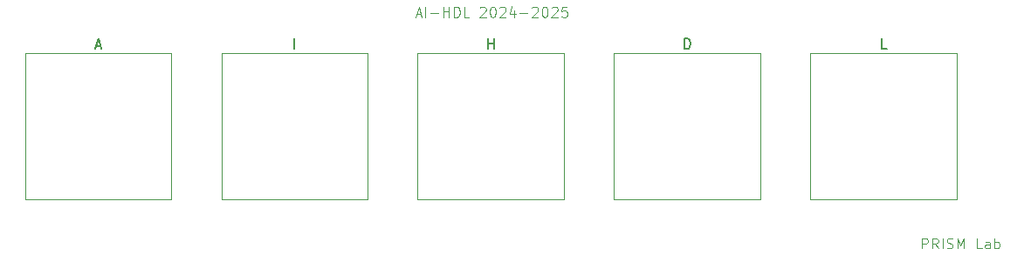
<source format=gbr>
%TF.GenerationSoftware,KiCad,Pcbnew,8.0.5*%
%TF.CreationDate,2024-10-28T21:30:14-07:00*%
%TF.ProjectId,PRISM Macro Pad,50524953-4d20-44d6-9163-726f20506164,rev?*%
%TF.SameCoordinates,Original*%
%TF.FileFunction,Legend,Top*%
%TF.FilePolarity,Positive*%
%FSLAX46Y46*%
G04 Gerber Fmt 4.6, Leading zero omitted, Abs format (unit mm)*
G04 Created by KiCad (PCBNEW 8.0.5) date 2024-10-28 21:30:14*
%MOMM*%
%LPD*%
G01*
G04 APERTURE LIST*
%ADD10C,0.100000*%
%ADD11C,0.150000*%
%ADD12C,0.120000*%
G04 APERTURE END LIST*
D10*
X196803884Y-94372419D02*
X196803884Y-93372419D01*
X196803884Y-93372419D02*
X197184836Y-93372419D01*
X197184836Y-93372419D02*
X197280074Y-93420038D01*
X197280074Y-93420038D02*
X197327693Y-93467657D01*
X197327693Y-93467657D02*
X197375312Y-93562895D01*
X197375312Y-93562895D02*
X197375312Y-93705752D01*
X197375312Y-93705752D02*
X197327693Y-93800990D01*
X197327693Y-93800990D02*
X197280074Y-93848609D01*
X197280074Y-93848609D02*
X197184836Y-93896228D01*
X197184836Y-93896228D02*
X196803884Y-93896228D01*
X198375312Y-94372419D02*
X198041979Y-93896228D01*
X197803884Y-94372419D02*
X197803884Y-93372419D01*
X197803884Y-93372419D02*
X198184836Y-93372419D01*
X198184836Y-93372419D02*
X198280074Y-93420038D01*
X198280074Y-93420038D02*
X198327693Y-93467657D01*
X198327693Y-93467657D02*
X198375312Y-93562895D01*
X198375312Y-93562895D02*
X198375312Y-93705752D01*
X198375312Y-93705752D02*
X198327693Y-93800990D01*
X198327693Y-93800990D02*
X198280074Y-93848609D01*
X198280074Y-93848609D02*
X198184836Y-93896228D01*
X198184836Y-93896228D02*
X197803884Y-93896228D01*
X198803884Y-94372419D02*
X198803884Y-93372419D01*
X199232455Y-94324800D02*
X199375312Y-94372419D01*
X199375312Y-94372419D02*
X199613407Y-94372419D01*
X199613407Y-94372419D02*
X199708645Y-94324800D01*
X199708645Y-94324800D02*
X199756264Y-94277180D01*
X199756264Y-94277180D02*
X199803883Y-94181942D01*
X199803883Y-94181942D02*
X199803883Y-94086704D01*
X199803883Y-94086704D02*
X199756264Y-93991466D01*
X199756264Y-93991466D02*
X199708645Y-93943847D01*
X199708645Y-93943847D02*
X199613407Y-93896228D01*
X199613407Y-93896228D02*
X199422931Y-93848609D01*
X199422931Y-93848609D02*
X199327693Y-93800990D01*
X199327693Y-93800990D02*
X199280074Y-93753371D01*
X199280074Y-93753371D02*
X199232455Y-93658133D01*
X199232455Y-93658133D02*
X199232455Y-93562895D01*
X199232455Y-93562895D02*
X199280074Y-93467657D01*
X199280074Y-93467657D02*
X199327693Y-93420038D01*
X199327693Y-93420038D02*
X199422931Y-93372419D01*
X199422931Y-93372419D02*
X199661026Y-93372419D01*
X199661026Y-93372419D02*
X199803883Y-93420038D01*
X200232455Y-94372419D02*
X200232455Y-93372419D01*
X200232455Y-93372419D02*
X200565788Y-94086704D01*
X200565788Y-94086704D02*
X200899121Y-93372419D01*
X200899121Y-93372419D02*
X200899121Y-94372419D01*
X202613407Y-94372419D02*
X202137217Y-94372419D01*
X202137217Y-94372419D02*
X202137217Y-93372419D01*
X203375312Y-94372419D02*
X203375312Y-93848609D01*
X203375312Y-93848609D02*
X203327693Y-93753371D01*
X203327693Y-93753371D02*
X203232455Y-93705752D01*
X203232455Y-93705752D02*
X203041979Y-93705752D01*
X203041979Y-93705752D02*
X202946741Y-93753371D01*
X203375312Y-94324800D02*
X203280074Y-94372419D01*
X203280074Y-94372419D02*
X203041979Y-94372419D01*
X203041979Y-94372419D02*
X202946741Y-94324800D01*
X202946741Y-94324800D02*
X202899122Y-94229561D01*
X202899122Y-94229561D02*
X202899122Y-94134323D01*
X202899122Y-94134323D02*
X202946741Y-94039085D01*
X202946741Y-94039085D02*
X203041979Y-93991466D01*
X203041979Y-93991466D02*
X203280074Y-93991466D01*
X203280074Y-93991466D02*
X203375312Y-93943847D01*
X203851503Y-94372419D02*
X203851503Y-93372419D01*
X203851503Y-93753371D02*
X203946741Y-93705752D01*
X203946741Y-93705752D02*
X204137217Y-93705752D01*
X204137217Y-93705752D02*
X204232455Y-93753371D01*
X204232455Y-93753371D02*
X204280074Y-93800990D01*
X204280074Y-93800990D02*
X204327693Y-93896228D01*
X204327693Y-93896228D02*
X204327693Y-94181942D01*
X204327693Y-94181942D02*
X204280074Y-94277180D01*
X204280074Y-94277180D02*
X204232455Y-94324800D01*
X204232455Y-94324800D02*
X204137217Y-94372419D01*
X204137217Y-94372419D02*
X203946741Y-94372419D01*
X203946741Y-94372419D02*
X203851503Y-94324800D01*
X147756265Y-71586704D02*
X148232455Y-71586704D01*
X147661027Y-71872419D02*
X147994360Y-70872419D01*
X147994360Y-70872419D02*
X148327693Y-71872419D01*
X148661027Y-71872419D02*
X148661027Y-70872419D01*
X149137217Y-71491466D02*
X149899122Y-71491466D01*
X150375312Y-71872419D02*
X150375312Y-70872419D01*
X150375312Y-71348609D02*
X150946740Y-71348609D01*
X150946740Y-71872419D02*
X150946740Y-70872419D01*
X151422931Y-71872419D02*
X151422931Y-70872419D01*
X151422931Y-70872419D02*
X151661026Y-70872419D01*
X151661026Y-70872419D02*
X151803883Y-70920038D01*
X151803883Y-70920038D02*
X151899121Y-71015276D01*
X151899121Y-71015276D02*
X151946740Y-71110514D01*
X151946740Y-71110514D02*
X151994359Y-71300990D01*
X151994359Y-71300990D02*
X151994359Y-71443847D01*
X151994359Y-71443847D02*
X151946740Y-71634323D01*
X151946740Y-71634323D02*
X151899121Y-71729561D01*
X151899121Y-71729561D02*
X151803883Y-71824800D01*
X151803883Y-71824800D02*
X151661026Y-71872419D01*
X151661026Y-71872419D02*
X151422931Y-71872419D01*
X152899121Y-71872419D02*
X152422931Y-71872419D01*
X152422931Y-71872419D02*
X152422931Y-70872419D01*
X153946741Y-70967657D02*
X153994360Y-70920038D01*
X153994360Y-70920038D02*
X154089598Y-70872419D01*
X154089598Y-70872419D02*
X154327693Y-70872419D01*
X154327693Y-70872419D02*
X154422931Y-70920038D01*
X154422931Y-70920038D02*
X154470550Y-70967657D01*
X154470550Y-70967657D02*
X154518169Y-71062895D01*
X154518169Y-71062895D02*
X154518169Y-71158133D01*
X154518169Y-71158133D02*
X154470550Y-71300990D01*
X154470550Y-71300990D02*
X153899122Y-71872419D01*
X153899122Y-71872419D02*
X154518169Y-71872419D01*
X155137217Y-70872419D02*
X155232455Y-70872419D01*
X155232455Y-70872419D02*
X155327693Y-70920038D01*
X155327693Y-70920038D02*
X155375312Y-70967657D01*
X155375312Y-70967657D02*
X155422931Y-71062895D01*
X155422931Y-71062895D02*
X155470550Y-71253371D01*
X155470550Y-71253371D02*
X155470550Y-71491466D01*
X155470550Y-71491466D02*
X155422931Y-71681942D01*
X155422931Y-71681942D02*
X155375312Y-71777180D01*
X155375312Y-71777180D02*
X155327693Y-71824800D01*
X155327693Y-71824800D02*
X155232455Y-71872419D01*
X155232455Y-71872419D02*
X155137217Y-71872419D01*
X155137217Y-71872419D02*
X155041979Y-71824800D01*
X155041979Y-71824800D02*
X154994360Y-71777180D01*
X154994360Y-71777180D02*
X154946741Y-71681942D01*
X154946741Y-71681942D02*
X154899122Y-71491466D01*
X154899122Y-71491466D02*
X154899122Y-71253371D01*
X154899122Y-71253371D02*
X154946741Y-71062895D01*
X154946741Y-71062895D02*
X154994360Y-70967657D01*
X154994360Y-70967657D02*
X155041979Y-70920038D01*
X155041979Y-70920038D02*
X155137217Y-70872419D01*
X155851503Y-70967657D02*
X155899122Y-70920038D01*
X155899122Y-70920038D02*
X155994360Y-70872419D01*
X155994360Y-70872419D02*
X156232455Y-70872419D01*
X156232455Y-70872419D02*
X156327693Y-70920038D01*
X156327693Y-70920038D02*
X156375312Y-70967657D01*
X156375312Y-70967657D02*
X156422931Y-71062895D01*
X156422931Y-71062895D02*
X156422931Y-71158133D01*
X156422931Y-71158133D02*
X156375312Y-71300990D01*
X156375312Y-71300990D02*
X155803884Y-71872419D01*
X155803884Y-71872419D02*
X156422931Y-71872419D01*
X157280074Y-71205752D02*
X157280074Y-71872419D01*
X157041979Y-70824800D02*
X156803884Y-71539085D01*
X156803884Y-71539085D02*
X157422931Y-71539085D01*
X157803884Y-71491466D02*
X158565789Y-71491466D01*
X158994360Y-70967657D02*
X159041979Y-70920038D01*
X159041979Y-70920038D02*
X159137217Y-70872419D01*
X159137217Y-70872419D02*
X159375312Y-70872419D01*
X159375312Y-70872419D02*
X159470550Y-70920038D01*
X159470550Y-70920038D02*
X159518169Y-70967657D01*
X159518169Y-70967657D02*
X159565788Y-71062895D01*
X159565788Y-71062895D02*
X159565788Y-71158133D01*
X159565788Y-71158133D02*
X159518169Y-71300990D01*
X159518169Y-71300990D02*
X158946741Y-71872419D01*
X158946741Y-71872419D02*
X159565788Y-71872419D01*
X160184836Y-70872419D02*
X160280074Y-70872419D01*
X160280074Y-70872419D02*
X160375312Y-70920038D01*
X160375312Y-70920038D02*
X160422931Y-70967657D01*
X160422931Y-70967657D02*
X160470550Y-71062895D01*
X160470550Y-71062895D02*
X160518169Y-71253371D01*
X160518169Y-71253371D02*
X160518169Y-71491466D01*
X160518169Y-71491466D02*
X160470550Y-71681942D01*
X160470550Y-71681942D02*
X160422931Y-71777180D01*
X160422931Y-71777180D02*
X160375312Y-71824800D01*
X160375312Y-71824800D02*
X160280074Y-71872419D01*
X160280074Y-71872419D02*
X160184836Y-71872419D01*
X160184836Y-71872419D02*
X160089598Y-71824800D01*
X160089598Y-71824800D02*
X160041979Y-71777180D01*
X160041979Y-71777180D02*
X159994360Y-71681942D01*
X159994360Y-71681942D02*
X159946741Y-71491466D01*
X159946741Y-71491466D02*
X159946741Y-71253371D01*
X159946741Y-71253371D02*
X159994360Y-71062895D01*
X159994360Y-71062895D02*
X160041979Y-70967657D01*
X160041979Y-70967657D02*
X160089598Y-70920038D01*
X160089598Y-70920038D02*
X160184836Y-70872419D01*
X160899122Y-70967657D02*
X160946741Y-70920038D01*
X160946741Y-70920038D02*
X161041979Y-70872419D01*
X161041979Y-70872419D02*
X161280074Y-70872419D01*
X161280074Y-70872419D02*
X161375312Y-70920038D01*
X161375312Y-70920038D02*
X161422931Y-70967657D01*
X161422931Y-70967657D02*
X161470550Y-71062895D01*
X161470550Y-71062895D02*
X161470550Y-71158133D01*
X161470550Y-71158133D02*
X161422931Y-71300990D01*
X161422931Y-71300990D02*
X160851503Y-71872419D01*
X160851503Y-71872419D02*
X161470550Y-71872419D01*
X162375312Y-70872419D02*
X161899122Y-70872419D01*
X161899122Y-70872419D02*
X161851503Y-71348609D01*
X161851503Y-71348609D02*
X161899122Y-71300990D01*
X161899122Y-71300990D02*
X161994360Y-71253371D01*
X161994360Y-71253371D02*
X162232455Y-71253371D01*
X162232455Y-71253371D02*
X162327693Y-71300990D01*
X162327693Y-71300990D02*
X162375312Y-71348609D01*
X162375312Y-71348609D02*
X162422931Y-71443847D01*
X162422931Y-71443847D02*
X162422931Y-71681942D01*
X162422931Y-71681942D02*
X162375312Y-71777180D01*
X162375312Y-71777180D02*
X162327693Y-71824800D01*
X162327693Y-71824800D02*
X162232455Y-71872419D01*
X162232455Y-71872419D02*
X161994360Y-71872419D01*
X161994360Y-71872419D02*
X161899122Y-71824800D01*
X161899122Y-71824800D02*
X161851503Y-71777180D01*
D11*
X116681905Y-74669104D02*
X117158095Y-74669104D01*
X116586667Y-74954819D02*
X116920000Y-73954819D01*
X116920000Y-73954819D02*
X117253333Y-74954819D01*
X135960000Y-74954819D02*
X135960000Y-73954819D01*
X154714286Y-74954819D02*
X154714286Y-73954819D01*
X154714286Y-74431009D02*
X155285714Y-74431009D01*
X155285714Y-74954819D02*
X155285714Y-73954819D01*
X173778095Y-74954819D02*
X173778095Y-73954819D01*
X173778095Y-73954819D02*
X174016190Y-73954819D01*
X174016190Y-73954819D02*
X174159047Y-74002438D01*
X174159047Y-74002438D02*
X174254285Y-74097676D01*
X174254285Y-74097676D02*
X174301904Y-74192914D01*
X174301904Y-74192914D02*
X174349523Y-74383390D01*
X174349523Y-74383390D02*
X174349523Y-74526247D01*
X174349523Y-74526247D02*
X174301904Y-74716723D01*
X174301904Y-74716723D02*
X174254285Y-74811961D01*
X174254285Y-74811961D02*
X174159047Y-74907200D01*
X174159047Y-74907200D02*
X174016190Y-74954819D01*
X174016190Y-74954819D02*
X173778095Y-74954819D01*
X193389523Y-74954819D02*
X192913333Y-74954819D01*
X192913333Y-74954819D02*
X192913333Y-73954819D01*
D12*
%TO.C,A*%
X124020000Y-75400000D02*
X109820000Y-75400000D01*
X124020000Y-89600000D02*
X124020000Y-75400000D01*
X109820000Y-89600000D02*
X124020000Y-89600000D01*
X109820000Y-75400000D02*
X109820000Y-89600000D01*
%TO.C,I*%
X128860000Y-75400000D02*
X128860000Y-89600000D01*
X128860000Y-89600000D02*
X143060000Y-89600000D01*
X143060000Y-89600000D02*
X143060000Y-75400000D01*
X143060000Y-75400000D02*
X128860000Y-75400000D01*
%TO.C,H*%
X162100000Y-75400000D02*
X147900000Y-75400000D01*
X162100000Y-89600000D02*
X162100000Y-75400000D01*
X147900000Y-89600000D02*
X162100000Y-89600000D01*
X147900000Y-75400000D02*
X147900000Y-89600000D01*
%TO.C,D*%
X166940000Y-75400000D02*
X166940000Y-89600000D01*
X166940000Y-89600000D02*
X181140000Y-89600000D01*
X181140000Y-89600000D02*
X181140000Y-75400000D01*
X181140000Y-75400000D02*
X166940000Y-75400000D01*
%TO.C,L*%
X200180000Y-75400000D02*
X185980000Y-75400000D01*
X200180000Y-89600000D02*
X200180000Y-75400000D01*
X185980000Y-89600000D02*
X200180000Y-89600000D01*
X185980000Y-75400000D02*
X185980000Y-89600000D01*
%TD*%
M02*

</source>
